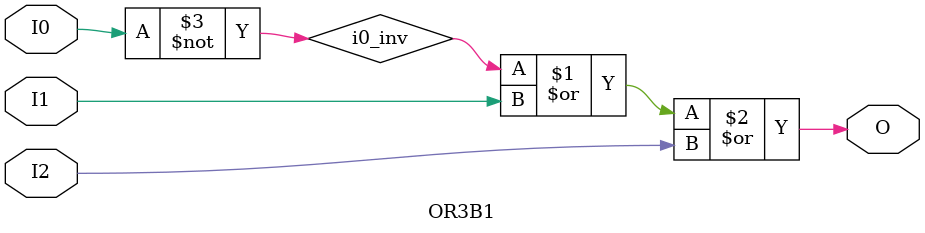
<source format=v>

`timescale  1 ps / 1 ps

`celldefine

module OR3B1 (O, I0, I1, I2);


    output O;

    input  I0, I1, I2;

    wire i0_inv;

    not N0 (i0_inv, I0);
    or O1 (O, i0_inv, I1, I2);

    specify
	(I0 *> O) = (0, 0);
	(I1 *> O) = (0, 0);
	(I2 *> O) = (0, 0);
    endspecify

endmodule

`endcelldefine

</source>
